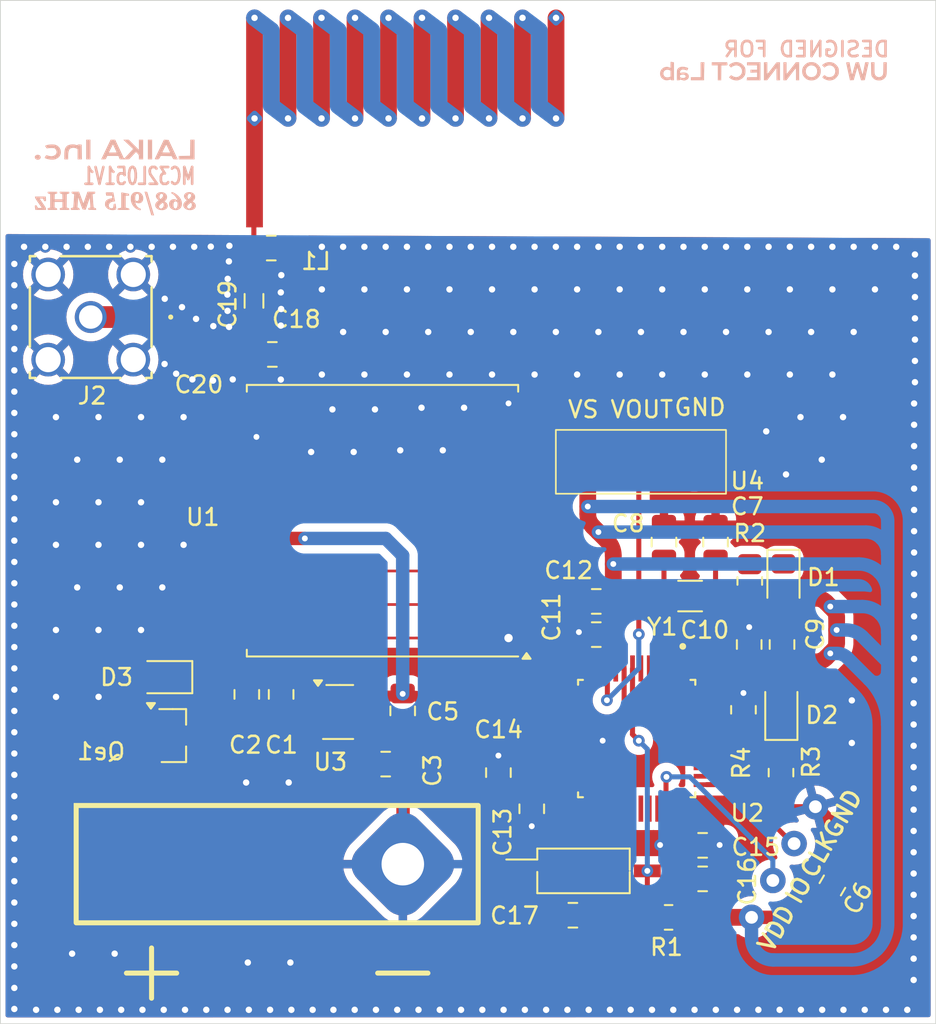
<source format=kicad_pcb>
(kicad_pcb (version 20240108) (generator "pcbnew") (generator_version "8.0")
  (layers (0 "F.Cu" signal) (31 "B.Cu" power) (34 "B.Paste" user) (35 "F.Paste" user) (36 "B.SilkS" user "B.Silkscreen") (37 "F.SilkS" user "F.Silkscreen") (38 "B.Mask" user) (39 "F.Mask" user) (44 "Edge.Cuts" user))
  (net 0 "")
  (net 1 "GND")
  (net 2 "Net-(U3-BP)")
  (net 3 "+3.3V")
  (net 4 "/OSC32_IN")
  (net 5 "/OSC32_OUT")
  (net 6 "/ANT")
  (net 7 "Net-(D1-K)")
  (net 8 "Net-(D2-K)")
  (net 9 "/SCK")
  (net 10 "/SWDIO")
  (net 11 "/PC13")
  (net 12 "/MOSI")
  (net 13 "/DIO0")
  (net 14 "/NSS")
  (net 15 "/DIO4")
  (net 16 "/MISO")
  (net 17 "/RF_RST")
  (net 18 "/DIO2")
  (net 19 "/DIO5")
  (net 20 "/DIO3")
  (net 21 "/DIO1")
  (net 22 "/TEMP_IN")
  (net 23 "/PA8")
  (net 24 "/PB15")
  (net 25 "/PA9")
  (net 26 "/PA11")
  (net 27 "/PB7")
  (net 28 "/PB4")
  (net 29 "/PB12")
  (net 30 "/SWCLK")
  (net 31 "/PB13")
  (net 32 "/PA12")
  (net 33 "/PB8")
  (net 35 "/BOOT0")
  (net 36 "/PA2")
  (net 37 "/PB5")
  (net 38 "/PB9")
  (net 39 "/PB3")
  (net 41 "/PB6")
  (net 42 "/NRST")
  (net 43 "/PA10")
  (net 44 "/PB14")
  (net 45 "/PA1")
  (net 46 "/PA15")
  (net 47 "Net-(C20-Pad2)")
  (net 48 "/TRACE_ANT")
  (net 49 "Net-(BT1-+)")
  (net 50 "+3.7")
  (footprint "Capacitor_SMD:C_0805_2012Metric_Pad1.18x1.45mm_HandSolder" (layer "F.Cu") (at 36.663 26.4085)
    (property "Reference" "C16")
    (property "Value" "104")
  )
  (footprint "Button_Switch_SMD:SW_DIP_SPSTx01_Slide_Copal_CHS-01B_W7.62mm_P1.27mm" (layer "F.Cu") (at 29.551 25.9325)
    (property "Reference" "SWE1" (hide yes))
    (property "Value" "RESET")
  )
  (footprint "Capacitor_SMD:C_0805_2012Metric_Pad1.18x1.45mm_HandSolder" (layer "F.Cu") (at 34.355 6.316 -90)
    (property "Reference" "C8")
    (property "Value" "27p")
  )
  (footprint "Inductor_SMD:L_0805_2012Metric_Pad1.05x1.20mm_HandSolder" (layer "F.Cu") (at 9.879 -8.075 90)
    (property "Reference" "L1")
    (property "Value" "12nH")
  )
  (footprint "Capacitor_SMD:C_0805_2012Metric_Pad1.18x1.45mm_HandSolder" (layer "F.Cu") (at 30.313 11.8355 180)
    (property "Reference" "C11")
    (property "Value" "106")
  )
  (footprint "CONNECT_LAB:SMA_COAX_RF_HEADER" (layer "F.Cu") (at 0.13145 -7.109)
    (property "Reference" "J2")
    (property "Value" "~")
  )
  (footprint "Capacitor_SMD:C_0805_2012Metric_Pad1.18x1.45mm_HandSolder" (layer "F.Cu") (at 28.916 28.578 180)
    (property "Reference" "C17")
    (property "Value" "105")
  )
  (footprint "Capacitor_SMD:C_0805_2012Metric_Pad1.18x1.45mm_HandSolder" (layer "F.Cu") (at 26.461 22.228 -90)
    (property "Reference" "C13")
    (property "Value" "106")
  )
  (footprint "LED_SMD:LED_0805_2012Metric_Pad1.15x1.40mm_HandSolder" (layer "F.Cu") (at 41.362 16.259 90)
    (property "Reference" "D2")
    (property "Value" "~")
  )
  (footprint "CONNECT_LAB:868-915MHz_PCB_ANT" (layer "F.Cu") (at 9.91 -12.46)
    (property "Reference" "A1" (hide yes))
    (property "Value" "Antenna")
  )
  (footprint "Capacitor_SMD:C_0805_2012Metric_Pad1.18x1.45mm_HandSolder" (layer "F.Cu") (at 36.663 24.4085)
    (property "Reference" "C15")
    (property "Value" "106")
  )
  (footprint "CONNECT_LAB:SWD_DEBUG" (layer "F.Cu") (at 42.834141 25.710348 60)
    (property "Reference" "J1" (hide yes))
    (property "Value" "~" (hide yes))
  )
  (footprint "Capacitor_SMD:C_0805_2012Metric_Pad1.18x1.45mm_HandSolder" (layer "F.Cu") (at 18.756 16.386 -90)
    (property "Reference" "C5")
    (property "Value" "104")
  )
  (footprint "RF_Module:HOPERF_RFM9XW_SMD" (layer "F.Cu") (at 17.55 5.04 180)
    (property "Reference" "U1")
    (property "Value" "~" (hide yes))
  )
  (footprint "Capacitor_SMD:C_0805_2012Metric_Pad1.18x1.45mm_HandSolder" (layer "F.Cu") (at 39.443 12.426 90)
    (property "Reference" "C10")
    (property "Value" "104")
  )
  (footprint "CONNECT_LAB:STM32L051C8T6TR" (layer "F.Cu") (at 32.726 18.037 -90)
    (property "Reference" "U2")
    (property "Value" "~")
  )
  (footprint "Capacitor_SMD:C_0805_2012Metric_Pad1.18x1.45mm_HandSolder" (layer "F.Cu") (at 30.313 9.8555 180)
    (property "Reference" "C12")
    (property "Value" "104")
  )
  (footprint "Capacitor_SMD:C_0805_2012Metric_Pad1.18x1.45mm_HandSolder" (layer "F.Cu") (at 44.41 26.8 60)
    (property "Reference" "C6")
    (property "Value" "104")
  )
  (footprint "Resistor_SMD:R_0805_2012Metric_Pad1.20x1.40mm_HandSolder" (layer "F.Cu") (at 34.631 28.705)
    (property "Reference" "R1")
    (property "Value" "10K")
  )
  (footprint "Capacitor_SMD:C_0805_2012Metric_Pad1.18x1.45mm_HandSolder" (layer "F.Cu") (at 17.74 19.561)
    (property "Reference" "C3")
    (property "Value" "223")
  )
  (footprint "Capacitor_SMD:C_0805_2012Metric_Pad1.18x1.45mm_HandSolder" (layer "F.Cu") (at 10.974 -4.88)
    (property "Reference" "C18")
    (property "Value" "1p")
  )
  (footprint "Capacitor_SMD:C_1206_3216Metric_Pad1.33x1.80mm_HandSolder" (layer "F.Cu") (at 35.915 9.536 180)
    (property "Reference" "Y1")
    (property "Value" "32.768KHz")
  )
  (footprint "Capacitor_SMD:C_0805_2012Metric_Pad1.18x1.45mm_HandSolder" (layer "F.Cu") (at 41.403 12.426 90)
    (property "Reference" "C9")
    (property "Value" "106" (hide yes))
  )
  (footprint "Capacitor_SMD:C_0805_2012Metric_Pad1.18x1.45mm_HandSolder" (layer "F.Cu") (at 10.909 -11.225)
    (property "Reference" "C19")
    (property "Value" "1p")
  )
  (footprint "Capacitor_SMD:C_0805_2012Metric_Pad1.18x1.45mm_HandSolder" (layer "F.Cu") (at 9.449 15.402 -90)
    (property "Reference" "C2")
    (property "Value" "104")
  )
  (footprint "Capacitor_SMD:C_0805_2012Metric_Pad1.18x1.45mm_HandSolder" (layer "F.Cu") (at 24.471 20.069 90)
    (property "Reference" "C14")
    (property "Value" "104")
  )
  (footprint "Capacitor_SMD:C_0805_2012Metric_Pad1.18x1.45mm_HandSolder" (layer "F.Cu") (at 11.499 15.402 -90)
    (property "Reference" "C1")
    (property "Value" "105")
  )
  (footprint "Package_TO_SOT_SMD:SOT-23_Handsoldering" (layer "F.Cu") (at 5.0646 17.859)
    (property "Reference" "Qe1")
    (property "Value" "~")
  )
  (footprint "Resistor_SMD:R_0805_2012Metric_Pad1.20x1.40mm_HandSolder" (layer "F.Cu") (at 39.477 8.6345 -90)
    (property "Reference" "R2")
    (property "Value" "501R")
  )
  (footprint "Package_TO_SOT_SMD:SOT-23-5_HandSoldering" (layer "F.Cu") (at 14.899 16.452)
    (property "Reference" "U3")
    (property "Value" "~")
  )
  (footprint "Resistor_SMD:R_0805_2012Metric_Pad1.20x1.40mm_HandSolder" (layer "F.Cu") (at 39.1 16.32 -90)
    (property "Reference" "R4")
    (property "Value" "100K")
  )
  (footprint "LED_SMD:LED_0805_2012Metric_Pad1.15x1.40mm_HandSolder" (layer "F.Cu") (at 41.489 8.639 -90)
    (property "Reference" "D1")
    (property "Value" "~")
  )
  (footprint "Capacitor_SMD:C_0805_2012Metric_Pad1.18x1.45mm_HandSolder" (layer "F.Cu") (at 37.435 6.316 -90)
    (property "Reference" "C7")
    (property "Value" "27p")
  )
  (footprint "Capacitor_SMD:C_0805_2012Metric_Pad1.18x1.45mm_HandSolder" (layer "F.Cu") (at 8.904 -4.88 180)
    (property "Reference" "C20")
    (property "Value" "1.8pF")
  )
  (footprint "Diode_SMD:D_0805_2012Metric" (layer "F.Cu") (at 4.5096 14.374 180)
    (property "Reference" "D3")
    (property "Value" "~")
  )
  (footprint "CONNECT_LAB:LM35" (layer "F.Cu") (at 33.615 1.527 90)
    (property "Reference" "U4")
    (property "Value" "~")
  )
  (footprint "Resistor_SMD:R_0805_2012Metric_Pad1.20x1.40mm_HandSolder" (layer "F.Cu") (at 41.342 20.069 -90)
    (property "Reference" "R3")
    (property "Value" "501R")
  )
  (footprint "CONNECT_LAB:Li-Ion_Battery" (layer "F.Cu") (at 11.263 25.53)
    (property "Reference" "BT1" (hide yes))
    (property "Value" "Battery_Cell" (hide yes))
  )
  (footprint "LOGO" (layer "B.Cu") (at 1.57 -13.93 180)
    (property "Reference" "G***" (hide yes))
    (property "Value" "LOGO" (hide yes))
  )
  (footprint "LOGO" (layer "B.Cu") (at 40.903089 -21.798767 180)
    (property "Reference" "G***" (hide yes))
    (property "Value" "LOGO" (hide yes))
  )
  (footprint "LOGO" (layer "B.Cu") (at 1.598449 -17.13 180)
    (property "Reference" "G***" (hide yes))
    (property "Value" "LOGO" (hide yes))
  )
  (gr_rect (start -5.26 -26) (end 50.58 35.05) (stroke (width 0.05)) (fill none) (layer "Edge.Cuts"))
  (gr_text "DESIGNED FOR" (at 47.9 -22.56 0) (layer "B.SilkS") (effects (font (size 0.9 0.9) (thickness 0.16) (bold yes)) (justify left bottom mirror)))
  (gr_text "MC32L051V1" (at 6.458449 -14.93 0) (layer "B.SilkS") (effects (font (size 1 0.7) (thickness 0.16) (bold yes)) (justify left bottom mirror)))
  (segment (start 18.7775 19.561) (end 18.7775 17.445) (width 0.8) (layer "F.Cu") (net 1))
  (segment (start 44.161375 22.870818) (end 43.394 22.103443) (width 0.8) (layer "F.Cu") (net 1))
  (segment (start 38.491 15.32) (end 38.024 15.787) (width 0.3) (layer "F.Cu") (net 1))
  (segment (start 25.741 27.816) (end 25.741 25.9325) (width 0.3) (layer "F.Cu") (net 1))
  (segment (start 38.024 15.787) (end 36.906 15.787) (width 0.3) (layer "F.Cu") (net 1))
  (segment (start 34.123 24.387) (end 34.123 24.006) (width 0.3) (layer "F.Cu") (net 1))
  (segment (start 44.92875 24.723425) (end 44.92875 25.901499) (width 0.8) (layer "F.Cu") (net 1))
  (segment (start 18.7775 19.561) (end 18.7775 25.5155) (width 0.8) (layer "F.Cu") (net 1))
  (segment (start 39.443 11.3885) (end 41.403 11.3885) (width 0.3) (layer "F.Cu") (net 1))
  (segment (start 25.705 20.287) (end 28.546 20.287) (width 0.3) (layer "F.Cu") (net 1))
  (segment (start 18.7775 25.5155) (end 18.763 25.53) (width 0.8) (layer "F.Cu") (net 1))
  (segment (start 27.8785 28.578) (end 26.503 28.578) (width 0.3) (layer "F.Cu") (net 1))
  (segment (start 30.694 18.164) (end 31.976 16.882) (width 0.3) (layer "F.Cu") (net 1))
  (segment (start 18.5356 17.402) (end 18.5422 17.4086) (width 0.3) (layer "F.Cu") (net 1))
  (segment (start 37.7005 26.4085) (end 37.7005 24.4085) (width 0.3) (layer "F.Cu") (net 1))
  (segment (start 26.503 28.578) (end 25.741 27.816) (width 0.3) (layer "F.Cu") (net 1))
  (segment (start 18.7775 17.445) (end 18.756 17.4235) (width 0.8) (layer "F.Cu") (net 1))
  (segment (start 43.391557 22.101) (end 43.394 22.103443) (width 0.3) (layer "F.Cu") (net 1))
  (segment (start 41.809747 22.101) (end 43.391557 22.101) (width 0.3) (layer "F.Cu") (net 1))
  (segment (start 24.471 19.053) (end 25.705 20.287) (width 0.3) (layer "F.Cu") (net 1))
  (segment (start 34.123 24.006) (end 34.976 23.153) (width 0.3) (layer "F.Cu") (net 1))
  (segment (start 34.355 5.2785) (end 37.435 5.2785) (width 0.5) (layer "F.Cu") (net 1))
  (segment (start 31.976 16.882) (end 31.976 13.857) (width 0.3) (layer "F.Cu") (net 1))
  (segment (start 41.342 21.633252) (end 41.342 21.069) (width 0.3) (layer "F.Cu") (net 1))
  (segment (start 34.976 23.153) (end 34.976 22.217) (width 0.3) (layer "F.Cu") (net 1))
  (segment (start 29.2755 9.8555) (end 29.2755 11.687) (width 0.3) (layer "F.Cu") (net 1))
  (segment (start 29.2755 11.687) (end 29.2755 11.8355) (width 0.3) (layer "F.Cu") (net 1))
  (segment (start 39.1 15.32) (end 38.491 15.32) (width 0.3) (layer "F.Cu") (net 1))
  (via (at 10.84 34.22) (size 0.7) (drill 0.381) (layers "F.Cu" "B.Cu") (net 1))
  (via (at 32.98 -6.22) (size 0.7) (drill 0.381) (layers "F.Cu" "B.Cu") (net 1))
  (via (at 43.775 1.4) (size 0.7) (drill 0.381) (layers "F.Cu" "B.Cu") (net 1))
  (via (at 11.48 -6.6) (size 0.7) (drill 0.381) (layers "F.Cu" "B.Cu") (net 1))
  (via (at 49.3376 -5.7628) (size 0.7) (drill 0.381) (layers "F.Cu" "B.Cu") (net 1))
  (via (at 18.61 0.84) (size 0.7) (drill 0.381) (layers "F.Cu" "B.Cu") (net 1))
  (via (at -4.43 -5.2) (size 0.7) (drill 0.381) (layers "F.Cu" "B.Cu") (net 1))
  (via (at 3.135 11.56) (size 0.7) (drill 0.381) (layers "F.Cu" "B.Cu") (net 1))
  (via (at 25.075 -1.96) (size 0.7) (drill 0.35) (layers "F.Cu" "B.Cu") (net 1))
  (via (at 31.71 -11.3) (size 0.7) (drill 0.381) (layers "F.Cu" "B.Cu") (net 1))
  (via (at -4.43 -6.47) (size 0.7) (drill 0.381) (layers "F.Cu" "B.Cu") (net 1))
  (via (at 22.24 34.22) (size 0.7) (drill 0.381) (layers "F.Cu" "B.Cu") (net 1))
  (via (at 22.42 -1.7) (size 0.7) (drill 0.381) (layers "F.Cu" "B.Cu") (net 1))
  (via (at 9.51 31.4) (size 0.7) (drill 0.381) (layers "F.Cu" "B.Cu") (net 1))
  (via (at 42.53 34.22) (size 0.7) (drill 0.381) (layers "F.Cu" "B.Cu") (net 1))
  (via (at 11.48 -3.38) (size 0.7) (drill 0.381) (layers "F.Cu" "B.Cu") (net 1))
  (via (at 23.51 34.22) (size 0.7) (drill 0.381) (layers "F.Cu" "B.Cu") (net 1))
  (via (at 49.3376 -7.0328) (size 0.7) (drill 0.381) (layers "F.Cu" "B.Cu") (net 1))
  (via (at 34.123 24.387) (size 0.7) (drill 0.35) (layers "F.Cu" "B.Cu") (net 1))
  (via (at 49.26 32.44) (size 0.7) (drill 0.381) (layers "F.Cu" "B.Cu") (net 1))
  (via (at 11.95 20.66) (size 0.7) (drill 0.381) (layers "F.Cu" "B.Cu") (net 1))
  (via (at -4.430001 32.914176) (size 0.7) (drill 0.381) (layers "F.Cu" "B.Cu") (net 1))
  (via (at 35.52 -11.3) (size 0.7) (drill 0.381) (layers "F.Cu" "B.Cu") (net 1))
  (via (at 49.26 31.17) (size 0.7) (drill 0.381) (layers "F.Cu" "B.Cu") (net 1))
  (via (at 41.26 34.22) (size 0.7) (drill 0.381) (layers "F.Cu" "B.Cu") (net 1))
  (via (at 0.595 11.56) (size 0.7) (drill 0.381) (layers "F.Cu" "B.Cu") (net 1))
  (via (at 0.68 34.22) (size 0.7) (drill 0.381) (layers "F.Cu" "B.Cu") (net 1))
  (via (at 11.48 -8.58) (size 0.7) (drill 0.381) (layers "F.Cu" "B.Cu") (net 1))
  (via (at 49.2868 12.0172) (size 0.7) (drill 0.381) (layers "F.Cu" "B.Cu") (net 1))
  (via (at 5.675 -1.14) (size 0.7) (drill 0.381) (layers "F.Cu" "B.Cu") (net 1))
  (via (at 26.05 34.22) (size 0.7) (drill 0.381) (layers "F.Cu" "B.Cu") (net 1))
  (via (at 8.29 -8.45) (size 0.7) (drill 0.381) (layers "F.Cu" "B.Cu") (net 1))
  (via (at -4.430001 1.164176) (size 0.7) (drill 0.381) (layers "F.Cu" "B.Cu") (net 1))
  (via (at -1.945 3.94) (size 0.7) (drill 0.381) (layers "F.Cu" "B.Cu") (net 1))
  (via (at 32.965824 -11.300001) (size 0.7) (drill 0.381) (layers "F.Cu" "B.Cu") (net 1))
  (via (at 49.26 15.93) (size 0.7) (drill 0.381) (layers "F.Cu" "B.Cu") (net 1))
  (via (at -4.43 34.17) (size 0.7) (drill 0.381) (layers "F.Cu" "B.Cu") (net 1))
  (via (at 49.2868 5.6672) (size 0.7) (drill 0.381) (layers "F.Cu" "B.Cu") (net 1))
  (via (at 49.2868 6.9372) (size 0.7) (drill 0.381) (layers "F.Cu" "B.Cu") (net 1))
  (via (at 39.99 34.22) (size 0.7) (drill 0.381) (layers "F.Cu" "B.Cu") (net 1))
  (via (at 45.57 18.3) (size 0.7) (drill 0.381) (layers "F.Cu" "B.Cu") (net 1))
  (via (at -4.43 16.39) (size 0.7) (drill 0.381) (layers "F.Cu" "B.Cu") (net 1))
  (via (at 8.31 -9.39) (size 0.7) (drill 0.381) (layers "F.Cu" "B.Cu") (net 1))
  (via (at 26.63 -8.76) (size 0.7) (drill 0.381) (layers "F.Cu" "B.Cu") (net 1))
  (via (at 42.505 -1.14) (size 0.7) (drill 0.381) (layers "F.Cu" "B.Cu") (net 1))
  (via (at 19.88 -1.7) (size 0.7) (drill 0.381) (layers "F.Cu" "B.Cu") (net 1))
  (via (at 39.443 11.3885) (size 0.7) (drill 0.35) (layers "F.Cu" "B.Cu") (net 1))
  (via (at -4.43 29.09) (size 0.7) (drill 0.381) (layers "F.Cu" "B.Cu") (net 1))
  (via (at 4.405 9.02) (size 0.7) (drill 0.381) (layers "F.Cu" "B.Cu") (net 1))
  (via (at -4.43 17.66) (size 0.7) (drill 0.381) (layers "F.Cu" "B.Cu") (net 1))
  (via (at 41.87 -8.76) (size 0.7) (drill 0.381) (layers "F.Cu" "B.Cu") (net 1))
  (via (at 3.77 -11.3) (size 0.7) (drill 0.381) (layers "F.Cu" "B.Cu") (net 1))
  (via (at -0.675 9.02) (size 0.7) (drill 0.381) (layers "F.Cu" "B.Cu") (net 1))
  (via (at 49.26 29.9) (size 0.7) (drill 0.381) (layers "F.Cu" "B.Cu") (net 1))
  (via (at 17.16 34.22) (size 0.7) (drill 0.381) (layers "F.Cu" "B.Cu") (net 1))
  (via (at -1.31 -11.3) (size 0.7) (drill 0.381) (layers "F.Cu" "B.Cu") (net 1))
  (via (at 45.68 -11.3) (size 0.7) (drill 0.381) (layers "F.Cu" "B.Cu") (net 1))
  (via (at -4.43 30.36) (size 0.7) (drill 0.381) (layers "F.Cu" "B.Cu") (net 1))
  (via (at 15.2 -11.3) (size 0.7) (drill 0.381) (layers "F.Cu" "B.Cu") (net 1))
  (via (at 12.05 31.4) (size 0.7) (drill 0.381) (layers "F.Cu" "B.Cu") (net 1))
  (via (at 1.865 1.4) (size 0.7) (drill 0.381) (layers "F.Cu" "B.Cu") (net 1))
  (via (at 3.135 6.48) (size 0.7) (drill 0.381) (layers "F.Cu" "B.Cu") (net 1))
  (via (at 24.78 34.22) (size 0.7) (drill 0.381) (layers "F.Cu" "B.Cu") (net 1))
  (via (at 14.62 34.22) (size 0.7) (drill 0.381) (layers "F.Cu" "B.Cu") (net 1))
  (via (at 34.25 -11.3) (size 0.7) (drill 0.381) (layers "F.Cu" "B.Cu") (net 1))
  (via (at -3.13 34.22) (size 0.7) (drill 0.381) (layers "F.Cu" "B.Cu") (net 1))
  (via (at -4.43 25.28) (size 0.7) (drill 0.381) (layers "F.Cu" "B.Cu") (net 1))
  (via (at 8.3 -7.48) (size 0.7) (drill 0.381) (layers "F.Cu" "B.Cu") (net 1))
  (via (at 36.79 -8.76) (size 0.7) (drill 0.381) (layers "F.Cu" "B.Cu") (net 1))
  (via (at 5.58 -7.7) (size 0.7) (drill 0.381) (layers "F.Cu" "B.Cu") (net 1))
  (via (at 40.6 -11.3) (size 0.7) (drill 0.381) (layers "F.Cu" "B.Cu") (net 1))
  (via (at 31.71 -8.76) (size 0.7) (drill 0.381) (layers "F.Cu" "B.Cu") (net 1))
  (via (at 43.8 34.22) (size 0.7) (drill 0.381) (layers "F.Cu" "B.Cu") (net 1))
  (via (at -0.59 34.22) (size 0.7) (drill 0.381) (layers "F.Cu" "B.Cu") (net 1))
  (via (at 13.93 -11.3) (size 0.7) (drill 0.381) (layers "F.Cu" "B.Cu") (net 1))
  (via (at 21.55 -11.3) (size 0.7) (drill 0.381) (layers "F.Cu" "B.Cu") (net 1))
  (via (at -1.86 34.22) (size 0.7) (drill 0.381) (layers "F.Cu" "B.Cu") (net 1))
  (via (at 46.34 34.22) (size 0.7) (drill 0.381) (layers "F.Cu" "B.Cu") (net 1))
  (via (at 49.26 19.74) (size 0.7) (drill 0.381) (layers "F.Cu" "B.Cu") (net 1))
  (via (at 49.3376 -4.4928) (size 0.7) (drill 0.381) (layers "F.Cu" "B.Cu") (net 1))
  (via (at -4.43 22.74) (size 0.7) (drill 0.381) (layers "F.Cu" "B.Cu") (net 1))
  (via (at -1.945 11.56) (size 0.7) (drill 0.381) (layers "F.Cu" "B.Cu") (net 1))
  (via (at -0.98 30.87) (size 0.7) (drill 0.381) (layers "F.Cu" "B.Cu") (net 1))
  (via (at 49.26 22.28) (size 0.7) (drill 0.381) (layers "F.Cu" "B.Cu") (net 1))
  (via (at -4.43 10.04) (size 0.7) (drill 0.381) (layers "F.Cu" "B.Cu") (net 1))
  (via (at 0.6 15.55) (size 0.7) (drill 0.381) (layers "F.Cu" "B.Cu") (net 1))
  (via (at 49.2868 -0.6828) (size 0.7) (drill 0.381) (layers "F.Cu" "B.Cu") (net 1))
  (via (at 37.45 34.22) (size 0.7) (drill 0.381) (layers "F.Cu" "B.Cu") (net 1))
  (via (at 41.87 -11.3) (size 0.7) (drill 0.381) (layers "F.Cu" "B.Cu") (net 1))
  (via (at 13.93 -3.68) (size 0.7) (drill 0.381) (layers "F.Cu" "B.Cu") (net 1))
  (via (at 26.461 23.2655) (size 0.7) (drill 0.35) (layers "F.Cu" "B.Cu") (net 1))
  (via (at -4.43 7.5) (size 0.7) (drill 0.381) (layers "F.Cu" "B.Cu") (net 1))
  (via (at 7.45 -6.57) (size 0.7) (drill 0.381) (layers "F.Cu" "B.Cu") (net 1))
  (via (at 48.22 -11.3) (size 0.7) (drill 0.381) (layers "F.Cu" "B.Cu") (net 1))
  (via (at 5.23 -3.73) (size 0.7) (drill 0.381) (layers "F.Cu" "B.Cu") (net 1))
  (via (at -4.43 4.96) (size 0.7) (drill 0.381) (layers "F.Cu" "B.Cu") (net 1))
  (via (at -4.43 -7.74) (size 0.7) (drill 0.381) (layers "F.Cu" "B.Cu") (net 1))
  (via (at 6.31 -11.3) (size 0.7) (drill 0.381) (layers "F.Cu" "B.Cu") (net 1))
  (via (at 49.3376 -3.2228) (size 0.7) (drill 0.381) (layers "F.Cu" "B.Cu") (net 1))
  (via (at 49.2868 1.8572) (size 0.7) (drill 0.381) (layers "F.Cu" "B.Cu") (net 1))
  (via (at 49.2868 3.1272) (size 0.7) (drill 0.381) (layers "F.Cu" "B.Cu") (net 1))
  (via (at 27.9 -6.22) (size 0.7) (drill 0.381) (layers "F.Cu" "B.Cu") (net 1))
  (via (at -4.43 -2.66) (size 0.7) (drill 0.381) (layers "F.Cu" "B.Cu") (net 1))
  (via (at -4.43 24.01) (size 0.7) (drill 0.381) (layers "F.Cu" "B.Cu") (net 1))
  (via (at 5.675 6.48) (size 0.7) (drill 0.381) (layers "F.Cu" "B.Cu") (net 1))
  (via (at 2.5 -11.3) (size 0.7) (drill 0.381) (layers "F.Cu" "B.Cu") (net 1))
  (via (at 16.47 -3.68) (size 0.7) (drill 0.381) (layers "F.Cu" "B.Cu") (net 1))
  (via (at 49.3376 -8.3028) (size 0.7) (drill 0.381) (layers "F.Cu" "B.Cu") (net 1))
  (via (at 21.55 -3.68) (size 0.7) (drill 0.381) (layers "F.Cu" "B.Cu") (net 1))
  (via (at 24.09 -3.68) (size 0.7) (drill 0.381) (layers "F.Cu" "B.Cu") (net 1))
  (via (at 49.26 26.09) (size 0.7) (drill 0.381) (layers "F.Cu" "B.Cu") (net 1))
  (via (at -4.43 13.85) (size 0.7) (drill 0.381) (layers "F.Cu" "B.Cu") (net 1))
  (via (at 45.68 -6.22) (size 0.7) (drill 0.381) (layers "F.Cu" "B.Cu") (net 1))
  (via (at 11.5 -7.59) (size 0.7) (drill 0.381) (layers "F.Cu" "B.Cu") (net 1))
  (via (at 49.2868 8.2072) (size 0.7) (drill 0.381) (layers "F.Cu" "B.Cu") (net 1))
  (via (at 0.595 6.48) (size 0.7) (drill 0.381) (layers "F.Cu" "B.Cu") (net 1))
  (via (at 12.11 34.22) (size 0.7) (drill 0.381) (layers "F.Cu" "B.Cu") (net 1))
  (via (at 49.3376 -9.5728) (size 0.7) (drill 0.381) (layers "F.Cu" "B.Cu") (net 1))
  (via (at 19.01 -3.68) (size 0.7) (drill 0.381) (layers "F.Cu" "B.Cu") (net 1))
  (via (at 5.04 -11.3) (size 0.7) (drill 0.381) (layers "F.Cu" "B.Cu") (net 1))
  (via (at 36.18 34.22) (size 0.7) (drill 0.381) (layers "F.Cu" "B.Cu") (net 1))
  (via (at 49.26 23.55) (size 0.7) (drill 0.381) (layers "F.Cu" "B.Cu") (net 1))
  (via (at 22.82 -11.3) (size 0.7) (drill 0.381) (layers "F.Cu" "B.Cu") (net 1))
  (via (at 20.97 34.22) (size 0.7) (drill 0.381) (layers "F.Cu" "B.Cu") (net 1))
  (via (at 32.37 34.22) (size 0.7) (drill 0.381) (layers "F.Cu" "B.Cu") (net 1))
  (via (at 36.79 -3.68) (size 0.7) (drill 0.381) (layers "F.Cu" "B.Cu") (net 1))
  (via (at 41.87 -3.68) (size 0.7) (drill 0.381) (layers "F.Cu" "B.Cu") (net 1))
  (via (at 39.33 -11.3) (size 0.7) (drill 0.381) (layers "F.Cu" "B.Cu") (net 1))
  (via (at 37.679 24.387) (size 0.7) (drill 0.35) (layers "F.Cu" "B.Cu") (net 1))
  (via (at 25.075 12.04) (size 1) (drill 0.5) (layers "F.Cu" "B.Cu") (net 1))
  (via (at 7.3 -11.31) (size 0.7) (drill 0.381) (layers "F.Cu" "B.Cu") (net 1))
  (via (at 19.01 -11.3) (size 0.7) (drill 0.381) (layers "F.Cu" "B.Cu") (net 1))
  (via (at -0.675 1.4) (size 0.7) (drill 0.381) (layers "F.Cu" "B.Cu") (net 1))
  (via (at -1.94 15.55) (size 0.7) (drill 0.381) (layers "F.Cu" "B.Cu") (net 1))
  (via (at 21.55 -8.76) (size 0.7) (drill 0.381) (layers "F.Cu" "B.Cu") (net 1))
  (via (at 30.694 18.164) (size 0.7) (drill 0.35) (layers "F.Cu" "B.Cu") (net 1))
  (via (at -4.43 27.82) (size 0.7) (drill 0.381) (layers "F.Cu" "B.Cu") (net 1))
  (via (at 3.135 3.94) (size 0.7) (drill 0.381) (layers "F.Cu" "B.Cu") (net 1))
  (via (at 49.26 28.63) (size 0.7) (drill 0.381) (layers "F.Cu" "B.Cu") (net 1))
  (via (at -4.43 2.42) (size 0.7) (drill 0.381) (layers "F.Cu" "B.Cu") (net 1))
  (via (at 45.045 -1.14) (size 0.7) (drill 0.381) (layers "F.Cu" "B.Cu") (net 1))
  (via (at 40.6 -6.22) (size 0.7) (drill 0.381) (layers "F.Cu" "B.Cu") (net 1))
  (via (at 49.2868 -1.9528) (size 0.7) (drill 0.381) (layers "F.Cu" "B.Cu") (net 1))
  (via (at 34.91 34.22) (size 0.7) (drill 0.381) (layers "F.Cu" "B.Cu") (net 1))
  (via (at 49.2868 9.4772) (size 0.7) (drill 0.381) (layers "F.Cu" "B.Cu") (net 1))
  (via (at 35.52 -6.22) (size 0.7) (drill 0.381) (layers "F.Cu" "B.Cu") (net 1))
  (via (at 8.38 -10.43) (size 0.7) (drill 0.381) (layers "F.Cu" "B.Cu") (net 1))
  (via (at 9.41 20.66) (size 0.7) (drill 0.381) (layers "F.Cu" "B.Cu") (net 1))
  (via (at 29.17 -3.68) (size 0.7) (drill 0.381) (layers "F.Cu" "B.Cu") (net 1))
  (via (at 49.2868 13.2872) (size 0.7) (drill 0.381) (layers "F.Cu" "B.Cu") (net 1))
  (via (at 36.79 -11.3) (size 0.7) (drill 0.381) (layers "F.Cu" "B.Cu") (net 1))
  (via (at 45.57 15.76) (size 0.7) (drill 0.381) (layers "F.Cu" "B.Cu") (net 1))
  (via (at 4.55 -8.2) (size 0.7) (drill 0.381) (layers "F.Cu" "B.Cu") (net 1))
  (via (at 38.72 34.22) (size 0.7) (drill 0.381) (layers "F.Cu" "B.Cu") (net 1))
  (via (at 49.3376 -10.8428) (size 0.7) (drill 0.381) (layers "F.Cu" "B.Cu") (net 1))
  (via (at 20.28 -6.22) (size 0.7) (drill 0.381) (layers "F.Cu" "B.Cu") (net 1))
  (via (at 25.36 -11.3) (size 0.7) (drill 0.381) (layers "F.Cu" "B.Cu") (net 1))
  (via (at 7.03 34.22) (size 0.7) (drill 0.381) (layers "F.Cu" "B.Cu") (net 1))
  (via (at 25.36 -6.22) (size 0.7) (drill 0.381) (layers "F.Cu" "B.Cu") (net 1))
  (via (at 29.86 34.22) (size 0.7) (drill 0.381) (layers "F.Cu" "B.Cu") (net 1))
  (via (at 5.76 34.22) (size 0.7) (drill 0.381) (layers "F.Cu" "B.Cu") (net 1))
  (via (at 8.61 -3.39) (size 0.7) (drill 0.381) (layers "F.Cu" "B.Cu") (net 1))
  (via (at 3.135 -1.14) (size 0.7) (drill 0.381) (layers "F.Cu" "B.Cu") (net 1))
  (via (at 19.01 -8.76) (size 0.7) (drill 0.381) (layers "F.Cu" "B.Cu") (net 1))
  (via (at 17.1 -1.6) (size 0.7) (drill 0.381) (layers "F.Cu" "B.Cu") (net 1))
  (via (at 29.2755 11.687) (size 0.7) (drill 0.35) (layers "F.Cu" "B.Cu") (net 1))
  (via (at 30.44 -6.22) (size 0.7) (drill 0.381) (layers "F.Cu" "B.Cu") (net 1))
  (via (at 17.74 -6.22) (size 0.7) (drill 0.381) (layers "F.Cu" "B.Cu") (net 1))
  (via (at -3.85 -11.3) (size 0.7) (drill 0.381) (layers "F.Cu" "B.Cu") (net 1))
  (via (at 1.56 30.87) (size 0.7) (drill 0.381) (layers "F.Cu" "B.Cu") (net 1))
  (via (at 24.09 -8.76) (size 0.7) (drill 0.381) (layers "F.Cu" "B.Cu") (net 1))
  (via (at -4.43 6.23) (size 0.7) (drill 0.381) (layers "F.Cu" "B.Cu") (net 1))
  (via (at 27.32 34.22) (size 0.7) (drill 0.381) (layers "F.Cu" "B.Cu") (net 1))
  (via (at 46.95 -8.76) (size 0.7) (drill 0.381) (layers "F.Cu" "B.Cu") (net 1))
  (via (at 49.26 21.01) (size 0.7) (drill 0.381) (layers "F.Cu" "B.Cu") (net 1))
  (via (at 3.22 34.22) (size 0.7) (drill 0.381) (layers "F.Cu" "B.Cu") (net 1))
  (via (at 47.61 34.22) (size 0.7) (drill 0.381) (layers "F.Cu" "B.Cu") (net 1))
  (via (at 29.17 -11.3) (size 0.7) (drill 0.381) (layers "F.Cu" "B.Cu") (net 1))
  (via (at 17.74 -11.3) (size 0.7) (drill 0.381) (layers "F.Cu" "B.Cu") (net 1))
  (via (at 9.57 34.22) (size 0.7) (drill 0.381) (layers "F.Cu" "B.Cu") (net 1))
  (via (at 0.595 -1.14) (size 0.7) (drill 0.381) (layers "F.Cu" "B.Cu") (net 1))
  (via (at 10.025 0.04) (size 0.7) (drill 0.35) (layers "F.Cu" "B.Cu") (net 1))
  (via (at 8.39 -6.52) (size 0.7) (drill 0.381) (layers "F.Cu" "B.Cu") (net 1))
  (via (at 30.44 -11.3) (size 0.7) (drill 0.381) (layers "F.Cu" "B.Cu") (net 1))
  (via (at 8.3 34.22) (size 0.7) (drill 0.381) (layers "F.Cu" "B.Cu") (net 1))
  (via (at 18.43 34.22) (size 0.7) (drill 0.381) (layers "F.Cu" "B.Cu") (net 1))
  (via (at -2.58 -11.3) (size 0.7) (drill 0.381) (layers "F.Cu" "B.Cu") (net 1))
  (via (at -4.43 20.2) (size 0.7) (drill 0.381) (layers "F.Cu" "B.Cu") (net 1))
  (via (at -4.43 -10.28) (size 0.7) (drill 0.381) (layers "F.Cu" "B.Cu") (net 1))
  (via (at -4.43 3.69) (size 0.7) (drill 0.381) (layers "F.Cu" "B.Cu") (net 1))
  (via (at -0.04 -11.3) (size 0.7) (drill 0.381) (layers "F.Cu" "B.Cu") (net 1))
  (via (at 38.06 -11.3) (size 0.7) (drill 0.381) (layers "F.Cu" "B.Cu") (net 1))
  (via (at 7.43 -3.32) (size 0.7) (drill 0.381) (layers "F.Cu" "B.Cu") (net 1))
  (via (at 24.471 19.053) (size 0.7) (drill 0.35) (layers "F.Cu" "B.Cu") (net 1))
  (via (at 13.38 34.22) (size 0.7) (drill 0.381) (layers "F.Cu" "B.Cu") (net 1))
  (via (at 31.13 34.22) (size 0.7) (drill 0.381) (layers "F.Cu" "B.Cu") (net 1))
  (via (at 26.63 -3.68) (size 0.7) (drill 0.381) (layers "F.Cu" "B.Cu") (net 1))
  (via (at 39.1 15.32) (size 0.7) (drill 0.35) (layers "F.Cu" "B.Cu") (net 1))
  (via (at 24.09 -11.3) (size 0.7) (drill 0.381) (layers "F.Cu" "B.Cu") (net 1))
  (via (at 49.26 27.36) (size 0.7) (drill 0.381) (layers "F.Cu" "B.Cu") (net 1))
  (via (at 44.41 -8.76) (size 0.7) (drill 0.381) (layers "F.Cu" "B.Cu") (net 1))
  (via (at 43.14 -11.3) (size 0.7) (drill 0.381) (layers "F.Cu" "B.Cu") (net 1))
  (via (at 1.865 9.02) (size 0.7) (drill 0.381) (layers "F.Cu" "B.Cu") (net 1))
  (via (at 38.06 -6.22) (size 0.7) (drill 0.381) (layers "F.Cu" "B.Cu") (net 1))
  (via (at -4.43 15.12) (size 0.7) (drill 0.381) (layers "F.Cu" "B.Cu") (net 1))
  (via (at 16.47 -8.76) (size 0.7) (drill 0.381) (layers "F.Cu" "B.Cu") (net 1))
  (via (at -4.43 21.47) (size 0.7) (drill 0.381) (layers "F.Cu" "B.Cu") (net 1))
  (via (at 29.17 -8.76) (size 0.7) (drill 0.381) (layers "F.Cu" "B.Cu") (net 1))
  (via (at 0.595 3.94) (size 0.7) (drill 0.381) (layers "F.Cu" "B.Cu") (net 1))
  (via (at -4.43 11.31) (size 0.7) (drill 0.381) (layers "F.Cu" "B.Cu") (net 1))
  (via (at 13.29 0.94) (size 0.7) (drill 0.381) (layers "F.Cu" "B.Cu") (net 1))
  (via (at 8.41 -11.36) (size 0.7) (drill 0.381) (layers "F.Cu" "B.Cu") (net 1))
  (via (at 15.83 0.94) (size 0.7) (drill 0.381) (layers "F.Cu" "B.Cu") (net 1))
  (via (at 26.63 -11.3) (size 0.7) (drill 0.381) (layers "F.Cu" "B.Cu") (net 1))
  (via (at 4.54 -4.31) (size 0.7) (drill 0.381) (layers "F.Cu" "B.Cu") (net 1))
  (via (at 40.46 -0.29) (size 0.7) (drill 0.381) (layers "F.Cu" "B.Cu") (net 1))
  (via (at 16.47 -11.3) (size 0.7) (drill 0.381) (layers "F.Cu" "B.Cu") (net 1))
  (via (at 34.25 -8.76) (size 0.7) (drill 0.381) (layers "F.Cu" "B.Cu") (net 1))
  (via (at 49.2868 14.5572) (size 0.7) (drill 0.381) (layers "F.Cu" "B.Cu") (net 1))
  (via (at 11.51 -9.61) (size 0.7) (drill 0.381) (layers "F.Cu" "B.Cu") (net 1))
  (via (at 1.23 -11.3) (size 0.7) (drill 0.381) (layers "F.Cu" "B.Cu") (net 1))
  (via (at -4.43 18.93) (size 0.7) (drill 0.381) (layers "F.Cu" "B.Cu") (net 1))
  (via (at 49.2868 4.3972) (size 0.7) (drill 0.381) (layers "F.Cu" "B.Cu") (net 1))
  (via (at 27.9 -11.3) (size 0.7) (drill 0.381) (layers "F.Cu" "B.Cu") (net 1))
  (via (at 28.59 34.22) (size 0.7) (drill 0.381) (layers "F.Cu" "B.Cu") (net 1))
  (via (at 20.28 -11.3) (size 0.7) (drill 0.381) (layers "F.Cu" "B.Cu") (net 1))
  (via (at 41.64 2.28) (size 0.7) (drill 0.381) (layers "F.Cu" "B.Cu") (net 1))
  (via (at 39.33 -3.68) (size 0.7) (drill 0.381) (layers "F.Cu" "B.Cu") (net 1))
  (via (at 6.42 -7) (size 0.7) (drill 0.381) (layers "F.Cu" "B.Cu") (net 1))
  (via (at -4.43 12.58) (size 0.7) (drill 0.381) (layers "F.Cu" "B.Cu") (net 1))
  (via (at 14.56 -1.6) (size 0.7) (drill 0.381) (layers "F.Cu" "B.Cu") (net 1))
  (via (at 49.26 17.2) (size 0.7) (drill 0.381) (layers "F.Cu" "B.Cu") (net 1))
  (via (at -1.945 6.48) (size 0.7) (drill 0.381) (layers "F.Cu" "B.Cu") (net 1))
  (via (at 49.26 24.82) (size 0.7) (drill 0.381) (layers "F.Cu" "B.Cu") (net 1))
  (via (at 44.41 -3.68) (size 0.7) (drill 0.381) (layers "F.Cu" "B.Cu") (net 1))
  (via (at -4.43 8.77) (size 0.7) (drill 0.381) (layers "F.Cu" "B.Cu") (net 1))
  (via (at 4.49 34.22) (size 0.7) (drill 0.381) (layers "F.Cu" "B.Cu") (net 1))
  (via (at 34.25 -3.68) (size 0.7) (drill 0.381) (layers "F.Cu" "B.Cu") (net 1))
  (via (at -4.43 26.55) (size 0.7) (drill 0.381) (layers "F.Cu" "B.Cu") (net 1))
  (via (at -4.43 31.63) (size 0.7) (drill 0.381) (layers "F.Cu" "B.Cu") (net 1))
  (via (at 21.15 0.84) (size 0.7) (drill 0.381) (layers "F.Cu" "B.Cu") (net 1))
  (via (at 15.89 34.22) (size 0.7) (drill 0.381) (layers "F.Cu" "B.Cu") (net 1))
  (via (at 15.2 -6.22) (size 0.7) (drill 0.381) (layers "F.Cu" "B.Cu") (net 1))
  (via (at 44.41 -11.3) (size 0.7) (drill 0.381) (layers "F.Cu" "B.Cu") (net 1))
  (via (at 45.07 34.22) (size 0.7) (drill 0.381) (layers "F.Cu" "B.Cu") (net 1))
  (via (at 19.7 34.22) (size 0.7) (drill 0.381) (layers "F.Cu" "B.Cu") (net 1))
  (via (at 49.2868 0.5872) (size 0.7) (drill 0.381) (layers "F.Cu" "B.Cu") (net 1))
  (via (at 22.82 -6.22) (size 0.7) (drill 0.381) (layers "F.Cu" "B.Cu") (net 1))
  (via (at 46.95 -11.3) (size 0.7) (drill 0.381) (layers "F.Cu" "B.Cu") (net 1))
  (via (at 4.405 1.4) (size 0.7) (drill 0.381) (layers "F.Cu" "B.Cu") (net 1))
  (via (at 48.88 34.22) (size 0.7) (drill 0.381) (layers "F.Cu" "B.Cu") (net 1))
  (via (at 31.71 -3.68) (size 0.7) (drill 0.381) (layers "F.Cu" "B.Cu") (net 1))
  (via (at -4.43 -0.12) (size 0.7) (drill 0.381) (layers "F.Cu" "B.Cu") (net 1))
  (via (at 13.93 -8.76) (size 0.7) (drill 0.381) (layers "F.Cu" "B.Cu") (net 1))
  (via (at 49.2868 10.7472) (size 0.7) (drill 0.381) (layers "F.Cu" "B.Cu") (net 1))
  (via (at 43.14 -6.22) (size 0.7) (drill 0.381) (layers "F.Cu" "B.Cu") (net 1))
  (via (at 39.33 -8.76) (size 0.7) (drill 0.381) (layers "F.Cu" "B.Cu") (net 1))
  (via (at 33.64 34.22) (size 0.7) (drill 0.381) (layers "F.Cu" "B.Cu") (net 1))
  (via (at -4.43 -3.93) (size 0.7) (drill 0.381) (layers "F.Cu" "B.Cu") (net 1))
  (via (at 49.26 18.47) (size 0.7) (drill 0.381) (layers "F.Cu" "B.Cu") (net 1))
  (via (at 1.95 34.22) (size 0.7) (drill 0.381) (layers "F.Cu" "B.Cu") (net 1))
  (via (at 6.2 -3.39) (size 0.7) (drill 0.381) (layers "F.Cu" "B.Cu") (net 1))
  (via (at -4.43 -9.01) (size 0.7) (drill 0.381) (layers "F.Cu" "B.Cu") (net 1))
  (via (at -4.43 -1.39) (size 0.7) (drill 0.381) (layers "F.Cu" "B.Cu") (net 1))
  (via (at -1.945 -1.14) (size 0.7) (drill 0.381) (layers "F.Cu" "B.Cu") (net 1))
  (arc (start 41.479 21.964) (mid 41.630748 22.065394) (end 41.809747 22.101) (width 0.3) (layer "F.Cu") (net 1))
  (arc (start 41.342 21.633252) (mid 41.377605 21.812251) (end 41.479 21.964) (width 0.3) (layer "F.Cu") (net 1))
  (arc (start 44.161375 22.870818) (mid 44.729315 23.720801) (end 44.92875 24.723425) (width 0.8) (layer "F.Cu") (net 1))
  (segment (start 23.201 22.863) (end 23.201 19.434) (width 0.3) (layer "B.Cu") (net 1))
  (segment (start 34.123 24.387) (end 37.679 24.387) (width 0.3) (layer "B.Cu") (net 1))
  (segment (start 29.2755 11.687) (end 29.2755 16.7455) (width 0.3) (layer "B.Cu") (net 1))
  (segment (start 29.2755 16.7455) (end 30.694 18.164) (width 0.3) (layer "B.Cu") (net 1))
  (segment (start 39.443 14.977) (end 39.443 11.3885) (width 0.3) (layer "B.Cu") (net 1))
  (segment (start 23.201 19.434) (end 23.582 19.053) (width 0.3) (layer "B.Cu") (net 1))
  (segment (start 23.582 19.053) (end 24.471 19.053) (width 0.3) (layer "B.Cu") (net 1))
  (segment (start 39.1 15.32) (end 39.443 14.977) (width 0.3) (layer "B.Cu") (net 1))
  (segment (start 26.461 23.2655) (end 23.6035 23.2655) (width 0.3) (layer "B.Cu") (net 1))
  (segment (start 23.6035 23.2655) (end 23.201 22.863) (width 0.3) (layer "B.Cu") (net 1))
  (segment (start 16.343 19.2015) (end 16.343 17.496) (width 0.8) (layer "F.Cu") (net 2))
  (segment (start 16.7025 19.561) (end 16.343 19.2015) (width 0.8) (layer "F.Cu") (net 2))
  (segment (start 26.53475 21.11675) (end 26.8645 20.787) (width 0.28) (layer "F.Cu") (net 3))
  (segment (start 30.44 5.718) (end 30.969789 6.247789) (width 1) (layer "F.Cu") (net 3))
  (segment (start 31.329 7.623) (end 31.329 7.115) (width 1) (layer "F.Cu") (net 3))
  (segment (start 41.403 13.4635) (end 43.41835 13.4635) (width 1) (layer "F.Cu") (net 3))
  (segment (start 35.6255 28.6995) (end 35.6255 24.4085) (width 1) (layer "F.Cu") (net 3))
  (segment (start 39.584 28.702557) (end 35.649443 28.702557) (width 1) (layer "F.Cu") (net 3))
  (segment (start 35.649443 28.702557) (end 35.647 28.705) (width 1) (layer "F.Cu") (net 3))
  (segment (start 43.389222 28.200529) (end 43.89125 27.698501) (width 0.8) (layer "F.Cu") (net 3))
  (segment (start 43.431153 9.664) (end 41.489 9.664) (width 1) (layer "F.Cu") (net 3))
  (segment (start 31.33975 9.84475) (end 31.3505 9.8555) (width 1) (layer "F.Cu") (net 3))
  (segment (start 41.362 13.5045) (end 41.403 13.4635) (width 1) (layer "F.Cu") (net 3))
  (segment (start 23.328 21.1065) (end 22.797715 21.1065) (width 0.8) (layer "F.Cu") (net 3))
  (segment (start 30.119308 5.397308) (end 30.44 5.718) (width 1) (layer "F.Cu") (net 3))
  (segment (start 26.377 21.1065) (end 26.461 21.1905) (width 0.65) (layer "F.Cu") (net 3))
  (segment (start 21.677 19.4975) (end 21.677 17.878292) (width 0.65) (layer "F.Cu") (net 3))
  (segment (start 44.0335 9.9135) (end 44.283 10.163) (width 1) (layer "F.Cu") (net 3))
  (segment (start 12.914 6.099) (end 10.084 6.099) (width 0.8) (layer "F.Cu") (net 3))
  (segment (start 35.012 30.483) (end 35.647 29.848) (width 0.8) (layer "F.Cu") (net 3))
  (segment (start 18.624 15.502) (end 16.249 15.502) (width 0.65) (layer "F.Cu") (net 3))
  (segment (start 22.00525 20.77825) (end 21.901506 20.674506) (width 0.65) (layer "F.Cu") (net 3))
  (segment (start 18.756 15.37) (end 18.624 15.502) (width 0.65) (layer "F.Cu") (net 3))
  (segment (start 35.67275 13.66025) (end 35.476 13.857) (width 0.3) (layer "F.Cu") (net 3))
  (segment (start 31.329 7.623) (end 31.329 9.818797) (width 1) (layer "F.Cu") (net 3))
  (segment (start 26.8645 20.787) (end 28.546 20.787) (width 0.28) (layer "F.Cu") (net 3))
  (segment (start 23.328 28.324) (end 25.487 30.483) (width 0.8) (layer "F.Cu") (net 3))
  (segment (start 44.664 11.56) (end 44.664 10.813407) (width 1) (layer "F.Cu") (net 3))
  (segment (start 18.888 15.502) (end 18.756 15.37) (width 0.65) (layer "F.Cu") (net 3))
  (segment (start 26.461 21.1905) (end 26.53475 21.11675) (width 0.28) (layer "F.Cu") (net 3))
  (segment (start 39.443 13.4635) (end 41.403 13.4635) (width 0.3) (layer "F.Cu") (net 3))
  (segment (start 29.805 4.194) (end 29.805 1.527) (width 1) (layer "F.Cu") (net 3))
  (segment (start 35.476 24.259) (end 35.6255 24.4085) (width 0.3) (layer "F.Cu") (net 3))
  (segment (start 35.631 28.705) (end 35.6255 28.6995) (width 1) (layer "F.Cu") (net 3))
  (segment (start 25.487 30.483) (end 35.012 30.483) (width 0.8) (layer "F.Cu") (net 3))
  (segment (start 42.177219 28.702557) (end 39.584 28.702557) (width 0.8) (layer "F.Cu") (net 3))
  (segment (start 24.471 21.1065) (end 23.328 21.1065) (width 0.8) (layer "F.Cu") (net 3))
  (segment (start 21.677 19.4975) (end 21.677 20.1325) (width 0.65) (layer "F.Cu") (net 3))
  (segment (start 35.647 29.848) (end 35.631 29.832) (width 0.8) (layer "F.Cu") (net 3))
  (segment (start 35.644557 28.702557) (end 35.633443 28.702557) (width 1) (layer "F.Cu") (net 3))
  (segment (start 31.3505 9.8555) (end 31.3505 11.8355) (width 0.3) (layer "F.Cu") (net 3))
  (segment (start 44.664 12.306592) (end 44.664 11.56) (width 1) (layer "F.Cu") (net 3))
  (segment (start 31.476 11.961) (end 31.3505 11.8355) (width 0.3) (layer "F.Cu") (net 3))
  (segment (start 36.906 13.4745) (end 36.917 13.4635) (width 0.3) (layer "F.Cu") (net 3))
  (segment (start 36.147746 13.4635) (end 36.917 13.4635) (width 0.3) (layer "F.Cu") (net 3))
  (segment (start 44.02975 13.21025) (end 44.283 12.957) (width 1) (layer "F.Cu") (net 3))
  (segment (start 24.471 21.1065) (end 26.377 21.1065) (width 0.65) (layer "F.Cu") (net 3))
  (segment (start 41.362 15.234) (end 41.362 13.5045) (width 1) (layer "F.Cu") (net 3))
  (segment (start 44.4735 10.3535) (end 44.283 10.163) (width 1) (layer "F.Cu") (net 3))
  (segment (start 31.476 13.857) (end 31.476 11.961) (width 0.3) (layer "F.Cu") (net 3))
  (segment (start 35.476 22.217) (end 35.476 24.259) (width 0.3) (layer "F.Cu") (net 3))
  (segment (start 23.328 21.1065) (end 23.328 28.324) (width 0.8) (layer "F.Cu") (net 3))
  (segment (start 35.647 28.705) (end 35.644557 28.702557) (width 1) (layer "F.Cu") (net 3))
  (segment (start 44.4735 12.7665) (end 44.283 12.957) (width 1) (layer "F.Cu") (net 3))
  (segment (start 29.805 4.6385) (end 29.805 4.194) (width 1) (layer "F.Cu") (net 3))
  (segment (start 35.631 29.832) (end 35.631 28.705) (width 0.8) (layer "F.Cu") (net 3))
  (segment (start 19.300707 15.502) (end 18.888 15.502) (width 0.65) (layer "F.Cu") (net 3))
  (segment (start 36.906 15.287) (end 36.906 13.4745) (width 0.3) (layer "F.Cu") (net 3))
  (segment (start 35.633443 28.702557) (end 35.631 28.705) (width 1) (layer "F.Cu") (net 3))
  (segment (start 36.917 13.4635) (end 39.443 13.4635) (width 0.3) (layer "F.Cu") (net 3))
  (via (at 31.329 7.623) (size 0.7) (drill 0.35) (layers "F.Cu" "B.Cu") (net 3))
  (via (at 30.44 5.718) (size 0.7) (drill 0.35) (layers "F.Cu" "B.Cu") (net 3))
  (via (at 29.805 4.194) (size 0.7) (drill 0.35) (layers "F.Cu" "B.Cu") (net 3))
  (via (at 44.283 12.957) (size 0.7) (drill 0.35) (layers "F.Cu" "B.Cu") (net 3))
  (via (at 12.914 6.099) (size 0.7) (drill 0.35) (layers "F.Cu" "B.Cu") (net 3))
  (via (at 18.756 15.37) (size 0.7) (drill 0.35) (layers "F.Cu" "B.Cu") (net 3))
  (via (at 44.664 11.56) (size 0.7) (drill 0.35) (layers "F.Cu" "B.Cu") (net 3))
  (via (at 44.283 10.163) (size 0.7) (drill 0.35) (layers "F.Cu" "B.Cu") (net 3))
  (arc (start 30.969789 6.247789) (mid 31.235644 6.645669) (end 31.329 7.115) (width 1) (layer "F.Cu") (net 3))
  (arc (start 20.981 16.198) (mid 20.210075 15.682884) (end 19.300707 15.502) (width 0.65) (layer "F.Cu") (net 3))
  (arc (start 43.389222 28.200529) (mid 42.83315 28.572084) (end 42.177219 28.702557) (width 0.8) (layer "F.Cu") (net 3))
  (arc (start 44.02975 13.21025) (mid 43.749237 13.397682) (end 43.41835 13.4635) (width 1) (layer "F.Cu") (net 3))
  (arc (start 44.4735 10.3535) (mid 44.61449 10.564507) (end 44.664 10.813407) (width 1) (layer "F.Cu") (net 3))
  (arc (start 21.677 20.1325) (mid 21.735347 20.425831) (end 21.901506 20.674506) (width 0.65) (layer "F.Cu") (net 3))
  (arc (start 44.664 12.306592) (mid 44.61449 12.555492) (end 44.4735 12.7665) (width 1) (layer "F.Cu") (net 3))
  (arc (start 44.0335 9.9135) (mid 43.75714 9.728842) (end 43.431153 9.664) (width 1) (layer "F.Cu") (net 3))
  (arc (start 29.805 4.6385) (mid 29.886685 5.049164) (end 30.119308 5.397308) (width 1) (layer "F.Cu") (net 3))
  (arc (start 36.147746 13.4635) (mid 35.89068 13.514633) (end 35.67275 13.66025) (width 0.3) (layer "F.Cu") (net 3))
  (arc (start 20.981 16.198) (mid 21.496115 16.968924) (end 21.677 17.878292) (width 0.65) (layer "F.Cu") (net 3))
  (arc (start 31.329 9.818797) (mid 31.331793 9.832842) (end 31.33975 9.84475) (width 1) (layer "F.Cu") (net 3))
  (arc (start 22.00525 20.77825) (mid 22.368841 21.021199) (end 22.797715 21.1065) (width 0.65) (layer "F.Cu") (net 3))
  (segment (start 40.884815 31.245) (end 45.543974 31.245) (width 0.8) (layer "B.Cu") (net 3))
  (segment (start 18.756 7.115) (end 18.629 6.988) (width 0.8) (layer "B.Cu") (net 3))
  (segment (start 45.977579 7.623) (end 31.329 7.623) (width 0.8) (layer "B.Cu") (net 3))
  (segment (start 44.664 11.56) (end 45.2355 11.56) (width 0.8) (layer "B.Cu") (net 3))
  (segment (start 18.756 15.37) (end 18.756 7.115) (width 0.8) (layer "B.Cu") (net 3))
  (segment (start 46.211111 11.964111) (end 47.712 13.465) (width 0.8) (layer "B.Cu") (net 3))
  (segment (start 30.44 5.718) (end 46.411184 5.718) (width 0.8) (layer "B.Cu") (net 3))
  (segment (start 47.712 11.7505) (end 47.712 11.680617) (width 0.8) (layer "B.Cu") (net 3))
  (segment (start 47.712 5.06121) (end 47.712 5.941184) (width 0.8) (layer "B.Cu") (net 3))
  (segment (start 47.712 10.423382) (end 47.712 11.680617) (width 0.8) (layer "B.Cu") (net 3))
  (segment (start 47.712 9.35742) (end 47.712 10.423382) (width 0.8) (layer "B.Cu") (net 3))
  (segment (start 47.712 14.0365) (end 47.712 17.2115) (width 0.8) (layer "B.Cu") (net 3))
  (segment (start 18.629 6.988) (end 17.74 6.099) (width 0.8) (layer "B.Cu") (net 3))
  (segment (start 46.194382 10.163) (end 44.283 10.163) (width 0.8) (layer "B.Cu") (net 3))
  (segment (start 47.712 13.1475) (end 47.712 14.0365) (width 0.8) (layer "B.Cu") (net 3))
  (segment (start 47.712 5.941184) (end 47.712 7.018815) (width 0.8) (layer "B.Cu") (net 3))
  (segment (start 17.74 6.099) (end 12.914 6.099) (width 0.8) (layer "B.Cu") (net 3))
  (segment (start 29.805 4.194) (end 46.844789 4.194) (width 0.8) (layer "B.Cu") (net 3))
  (segment (start 39.584 29.944184) (end 39.584 28.702557) (width 0.8) (layer "B.Cu") (net 3))
  (segment (start 47.712 7.920579) (end 47.712 9.35742) (width 0.8) (layer "B.Cu") (net 3))
  (segment (start 46.589467 14.501467) (end 45.314407 13.226407) (width 0.8) (layer "B.Cu") (net 3))
  (segment (start 47.712 11.7505) (end 47.712 13.1475) (width 0.8) (layer "B.Cu") (net 3))
  (segment (start 47.712 7.018815) (end 47.712 7.920579) (width 0.8) (layer "B.Cu") (net 3))
  (segment (start 47.712 17.2115) (end 47.712 29.076974) (width 0.8) (layer "B.Cu") (net 3))
  (segment (start 44.283 12.957) (end 44.664 12.957) (width 0.8) (layer "B.Cu") (net 3))
  (arc (start 45.314407 13.226407) (mid 45.015997 13.027016) (end 44.664 12.957) (width 0.8) (layer "B.Cu") (net 3))
  (arc (start 45.543974 31.245) (mid 46.373641 31.079968) (end 47.077 30.61) (width 0.8) (layer "B.Cu") (net 3))
  (arc (start 47.458 4.448) (mid 47.176656 4.260012) (end 46.844789 4.194) (width 0.8) (layer "B.Cu") (net 3))
  (arc (start 47.331 6.099) (mid 47.574224 6.14738) (end 47.712 5.941184) (width 0.8) (layer "B.Cu") (net 3))
  (arc (start 46.589467 14.501467) (mid 47.306074 14.644009) (end 47.712 14.0365) (width 0.8) (layer "B.Cu") (net 3))
  (arc (start 47.204 8.131) (mid 46.641313 7.755024) (end 45.977579 7.623) (width 0.8) (layer "B.Cu") (net 3))
  (arc (start 47.712 9.35742) (mid 47.579975 8.693686) (end 47.204 8.131) (width 0.8) (layer "B.Cu") (net 3))
  (arc (start 47.712 7.018815) (mid 47.612981 6.521014) (end 47.331 6.099) (width 0.8) (layer "B.Cu") (net 3))
  (arc (start 39.584 29.944184) (mid 39.683018 30.441984) (end 39.965 30.864) (width 0.8) (layer "B.Cu") (net 3))
  (arc (start 47.712 29.076974) (mid 47.546968 29.906641) (end 47.077 30.61) (width 0.8) (layer "B.Cu") (net 3))
  (arc (start 47.204 8.131) (mid 47.528299 8.195506) (end 47.712 7.920579) (width 0.8) (layer "B.Cu") (net 3))
  (arc (start 47.2675 10.6075) (mid 46.775149 10.278521) (end 46.194382 10.163) (width 0.8) (layer "B.Cu") (net 3))
  (arc (start 46.211111 11.964111) (mid 45.763497 11.665025) (end 45.2355 11.56) (width 0.8) (layer "B.Cu") (net 3))
  (arc (start 47.712 17.2115) (mid 47.420263 15.74484) (end 46.589467 14.501467) (width 0.8) (layer "B.Cu") (net 3))
  (arc (start 47.2675 10.6075) (mid 47.551261 10.663943) (end 47.712 10.423382) (width 0.8) (layer "B.Cu") (net 3))
  (arc (start 47.331 6.099) (mid 46.908984 5.817018) (end 46.411184 5.718) (width 0.8) (layer "B.Cu") (net 3))
  (arc (start 47.712 11.680617) (mid 47.596478 11.09985) (end 47.2675 10.6075) (width 0.8) (layer "B.Cu") (net 3))
  (arc (start 47.458 4.448) (mid 47.645987 4.729343) (end 47.712 5.06121) (width 0.8) (layer "B.Cu") (net 3))
  (arc (start 40.884815 31.245) (mid 40.387014 31.145981) (end 39.965 30.864) (width 0.8) (layer "B.Cu") (net 3))
  (segment (start 35.008805 11.817195) (end 37.29 9.536) (width 0.3) (layer "F.Cu") (net 4))
  (segment (start 37.435 7.3535) (end 37.435 9.4935) (width 0.3) (layer "F.Cu") (net 4))
  (segment (start 37.435 9.4935) (end 37.4775 9.536) (width 0.3) (layer "F.Cu") (net 4))
  (segment (start 35.008804 11.817195) (end 35.008805 11.817195) (width 0.3) (layer "F.Cu") (net 4))
  (segment (start 34.476 13.857) (end 34.476 13.10354) (width 0.3) (layer "F.Cu") (net 4))
  (arc (start 34.476 13.10354) (mid 34.61448 12.407356) (end 35.008804 11.817195) (width 0.3) (layer "F.Cu") (net 4))
  (segment (start 34.355 7.3535) (end 34.355 9.5335) (width 0.3) (layer "F.Cu") (net 5))
  (segment (start 33.976 9.9125) (end 34.3525 9.536) (width 0.3) (layer "F.Cu") (net 5))
  (segment (start 33.976 13.857) (end 33.976 9.9125) (width 0.3) (layer "F.Cu") (net 5))
  (segment (start 34.355 9.5335) (end 34.3525 9.536) (width 0.3) (layer "F.Cu") (net 5))
  (segment (start 9.9365 -6.8675) (end 9.879 -6.925) (width 0.3) (layer "F.Cu") (net 6))
  (segment (start 10.025 -1.96) (end 10.025 -4.7965) (width 1.3) (layer "F.Cu") (net 6))
  (segment (start 10.025 -4.7965) (end 9.9415 -4.88) (width 0.3) (layer "F.Cu") (net 6))
  (segment (start 9.9365 -4.88) (end 9.9365 -6.8675) (width 0.3) (layer "F.Cu") (net 6))
  (segment (start 41.4685 7.6345) (end 41.489 7.614) (width 0.3) (layer "F.Cu") (net 7))
  (segment (start 39.477 7.6345) (end 41.4685 7.6345) (width 0.3) (layer "F.Cu") (net 7))
  (segment (start 41.342 19.069) (end 41.342 17.304) (width 0.3) (layer "F.Cu") (net 8))
  (segment (start 41.342 17.304) (end 41.362 17.284) (width 0.3) (layer "F.Cu") (net 8))
  (segment (start 27.392 14.084592) (end 27.392 6.622407) (width 0.16) (layer "F.Cu") (net 9))
  (segment (start 27.709206 16.287) (end 28.546 16.287) (width 0.16) (layer "F.Cu") (net 9))
  (segment (start 25.109 6.006) (end 25.075 6.04) (width 0.16) (layer "F.Cu") (net 9))
  (segment (start 27.011 15.588793) (end 27.011 15.004407) (width 0.16) (layer "F.Cu") (net 9))
  (segment (start 25.191083 5.972) (end 26.741592 5.972) (width 0.16) (layer "F.Cu") (net 9))
  (arc (start 25.191083 5.972) (mid 25.14666 5.980836) (end 25.109 6.006) (width 0.16) (layer "F.Cu") (net 9))
  (arc (start 27.2015 6.1625) (mid 26.990492 6.021509) (end 26.741592 5.972) (width 0.16) (layer "F.Cu") (net 9))
  (arc (start 27.2155 16.0825) (mid 27.442014 16.233852) (end 27.709206 16.287) (width 0.16) (layer "F.Cu") (net 9))
  (arc (start 27.392 14.084592) (mid 27.34249 14.333492) (end 27.2015 14.5445) (width 0.16) (layer "F.Cu") (net 9))
  (arc (start 27.2015 6.1625) (mid 27.34249 6.373507) (end 27.392 6.622407) (width 0.16) (layer "F.Cu") (net 9))
  (arc (start 27.011 15.588793) (mid 27.064147 15.855985) (end 27.2155 16.0825) (width 0.16) (layer "F.Cu") (net 9))
  (arc (start 27.2015 14.5445) (mid 27.060509 14.755507) (end 27.011 15.004407) (width 0.16) (layer "F.Cu") (net 9))
  (segment (start 34.476 22.217) (end 34.476 20.351) (width 0.3) (layer "F.Cu") (net 10))
  (segment (start 34.476 20.351) (end 34.504 20.323) (width 0.3) (layer "F.Cu") (net 10))
  (via (at 34.504 20.323) (size 0.7) (drill 0.35) (layers "F.Cu" "B.Cu") (net 10))
  (segment (start 40.854 25.276) (end 40.854 26.502853) (width 0.3) (layer "B.Cu") (net 10))
  (segment (start 34.504 20.323) (end 35.901 20.323) (width 0.3) (layer "B.Cu") (net 10))
  (segment (start 35.901 20.323) (end 40.854 25.276) (width 0.3) (layer "B.Cu") (net 10))
  (segment (start 38.0595 11.052) (end 39.477 9.6345) (width 0.3) (layer "F.Cu") (net 11))
  (segment (start 34.976 12.9295) (end 36.8535 11.052) (width 0.3) (layer "F.Cu") (net 11))
  (segment (start 36.8535 11.052) (end 38.0595 11.052) (width 0.3) (layer "F.Cu") (net 11))
  (segment (start 34.976 13.857) (end 34.976 12.9295) (width 0.3) (layer "F.Cu") (net 11))
  (segment (start 23.074 9.062556) (end 23.074 10.8615) (width 0.16) (layer "F.Cu") (net 12))
  (segment (start 26.82834 16.83834) (end 24.645544 14.655544) (width 0.16) (layer "F.Cu") (net 12))
  (segment (start 27.9115 17.287) (end 28.546 17.287) (width 0.16) (layer "F.Cu") (net 12))
  (segment (start 24.096556 8.04) (end 25.075 8.04) (width 0.16) (layer "F.Cu") (net 12))
  (arc (start 26.82834 16.83834) (mid 27.325298 17.170397) (end 27.9115 17.287) (width 0.16) (layer "F.Cu") (net 12))
  (arc (start 23.3735 8.3395) (mid 23.151837 8.671241) (end 23.074 9.062556) (width 0.16) (layer "F.Cu") (net 12))
  (arc (start 24.096556 8.04) (mid 23.705241 8.117837) (end 23.3735 8.3395) (width 0.16) (layer "F.Cu") (net 12))
  (arc (start 23.074 10.8615) (mid 23.48243 12.914822) (end 24.645544 14.655544) (width 0.16) (layer "F.Cu") (net 12))
  (segment (start 26.602297 19.279297) (end 21.184407 13.861407) (width 0.16) (layer "F.Cu") (net 13))
  (segment (start 19.566385 12.04) (end 10.025 12.04) (width 0.16) (layer "F.Cu") (net 13))
  (segment (start 20.645592 12.560592) (end 20.52 12.435) (width 0.16) (layer "F.Cu") (net 13))
  (segment (start 28.546 19.787) (end 27.828 19.787) (width 0.16) (layer "F.Cu") (net 13))
  (arc (start 20.52 12.435) (mid 20.082477 12.142657) (end 19.566385 12.04) (width 0.16) (layer "F.Cu") (net 13))
  (arc (start 21.184407 13.861407) (mid 20.985016 13.562997) (end 20.915 13.211) (width 0.16) (layer "F.Cu") (net 13))
  (arc (start 27.828 19.787) (mid 27.164654 19.655052) (end 26.602297 19.279297) (width 0.16) (layer "F.Cu") (net 13))
  (arc (start 20.915 13.211) (mid 20.844983 12.859001) (end 20.645592 12.560592) (width 0.16) (layer "F.Cu") (net 13))
  (segment (start 27.773 14.735) (end 27.773 4.717407) (width 0.16) (layer "F.Cu") (net 14))
  (segment (start 27.670258 15.787) (end 28.546 15.787) (width 0.16) (layer "F.Cu") (net 14))
  (segment (start 25.121091 4.067) (end 27.122592 4.067) (width 0.16) (layer "F.Cu") (net 14))
  (segment (start 27.608802 14.862) (end 27.646 14.862) (width 0.16) (layer "F.Cu") (net 14))
  (segment (start 25.0885 4.0535) (end 25.075 4.04) (width 0.16) (layer "F.Cu") (net 14))
  (segment (start 27.392 15.078802) (end 27.392 15.508741) (width 0.16) (layer "F.Cu") (net 14))
  (arc (start 27.392 15.508741) (mid 27.413181 15.615226) (end 27.4735 15.7055) (width 0.16) (layer "F.Cu") (net 14))
  (arc (start 27.5825 4.2575) (mid 27.371492 4.116509) (end 27.122592 4.067) (width 0.16) (layer "F.Cu") (net 14))
  (arc (start 27.5825 4.2575) (mid 27.72349 4.468507) (end 27.773 4.717407) (width 0.16) (layer "F.Cu") (net 14))
  (arc (start 25.0885 4.0535) (mid 25.103453 4.063491) (end 25.121091 4.067) (width 0.16) (layer "F.Cu") (net 14))
  (arc (start 27.4555 14.9255) (mid 27.408503 14.995835) (end 27.392 15.078802) (width 0.16) (layer "F.Cu") (net 14))
  (arc (start 27.773 14.735) (mid 27.735802 14.824802) (end 27.646 14.862) (width 0.16) (layer "F.Cu") (net 14))
  (arc (start 27.4735 15.7055) (mid 27.563773 15.765818) (end 27.670258 15.787) (width 0.16) (layer "F.Cu") (net 14))
  (arc (start 27.608802 14.862) (mid 27.525835 14.878503) (end 27.4555 14.9255) (width 0.16) (layer "F.Cu") (net 14))
  (segment (start 27.84 18.287) (end 28.546 18.287) (width 0.16) (layer "F.Cu") (net 15))
  (segment (start 19.800171 4.067) (end 10.071091 4.067) (width 0.16) (layer "F.Cu") (net 15))
  (segment (start 26.634782 17.787782) (end 23.778792 14.931792) (width 0.16) (layer "F.Cu") (net 15))
  (segment (start 22.185 11.084036) (end 22.185 6.451828) (width 0.16) (layer "F.Cu") (net 15))
  (segment (start 10.0385 4.0535) (end 10.025 4.04) (width 0.16) (layer "F.Cu") (net 15))
  (arc (start 21.4865 4.7655) (mid 20.712805 4.248534) (end 19.800171 4.067) (width 0.16) (layer "F.Cu") (net 15))
  (arc (start 21.4865 4.7655) (mid 22.003465 5.539193) (end 22.185 6.451828) (width 0.16) (layer "F.Cu") (net 15))
  (arc (start 22.185 11.084036) (mid 22.599213 13.166426) (end 23.778792 14.931792) (width 0.16) (layer "F.Cu") (net 15))
  (arc (start 10.0385 4.0535) (mid 10.053453 4.063491) (end 10.071091 4.067) (width 0.16) (layer "F.Cu") (net 15))
  (arc (start 26.634782 17.787782) (mid 27.18774 18.157257) (end 27.84 18.287) (width 0.16) (layer "F.Cu") (net 15))
  (segment (start 27.011 13.576592) (end 27.011 10.466776) (width 0.16) (layer "F.Cu") (net 16))
  (segment (start 26.63 15.668845) (end 26.63 14.496407) (width 0.16) (layer "F.Cu") (net 16))
  (segment (start 27.748154 16.787) (end 28.546 16.787) (width 0.16) (layer "F.Cu") (net 16))
  (segment (start 26.584223 10.04) (end 25.075 10.04) (width 0.16) (layer "F.Cu") (net 16))
  (arc (start 27.011 13.576592) (mid 26.96149 13.825492) (end 26.8205 14.0365) (width 0.16) (layer "F.Cu") (net 16))
  (arc (start 26.8205 14.0365) (mid 26.679509 14.247507) (end 26.63 14.496407) (width 0.16) (layer "F.Cu") (net 16))
  (arc (start 26.9575 16.4595) (mid 27.320255 16.701885) (end 27.748154 16.787) (width 0.16) (layer "F.Cu") (net 16))
  (arc (start 26.886 10.165) (mid 26.978513 10.303456) (end 27.011 10.466776) (width 0.16) (layer "F.Cu") (net 16))
  (arc (start 26.63 15.668845) (mid 26.715114 16.096744) (end 26.9575 16.4595) (width 0.16) (layer "F.Cu") (net 16))
  (arc (start 26.886 10.165) (mid 26.747543 10.072486) (end 26.584223 10.04) (width 0.16) (layer "F.Cu") (net 16))
  (segment (start 28.4135 15.1545) (end 28.546 15.287) (width 0.16) (layer "F.Cu") (net 17))
  (segment (start 26.338312 2.04) (end 25.075 2.04) (width 0.16) (layer "F.Cu") (net 17))
  (segment (start 28.281 3.982687) (end 28.281 14.834616) (width 0.16) (layer "F.Cu") (net 17))
  (segment (start 26.254 2.04) (end 25.075 2.04) (width 0.16) (layer "F.Cu") (net 17))
  (arc (start 27.712 2.609) (mid 27.081746 2.187878) (end 26.338312 2.04) (width 0.16) (layer "F.Cu") (net 17))
  (arc (start 27.712 2.609) (mid 28.133121 3.239253) (end 28.281 3.982687) (width 0.16) (layer "F.Cu") (net 17))
  (arc (start 28.281 14.834616) (mid 28.315435 15.007736) (end 28.4135 15.1545) (width 0.16) (layer "F.Cu") (net 17))
  (segment (start 19.787232 8.04) (end 10.025 8.04) (width 0.16) (layer "F.Cu") (net 18))
  (segment (start 27.836 18.787) (end 28.546 18.787) (width 0.16) (layer "F.Cu") (net 18))
  (segment (start 21.677 9.929767) (end 21.677 11.2425) (width 0.16) (layer "F.Cu") (net 18))
  (segment (start 26.623954 18.284954) (end 23.158742 14.819742) (width 0.16) (layer "F.Cu") (net 18))
  (arc (start 21.1235 8.5935) (mid 21.53315 9.206584) (end 21.677 9.929767) (width 0.16) (layer "F.Cu") (net 18))
  (arc (start 21.677 11.2425) (mid 22.062092 13.178489) (end 23.158742 14.819742) (width 0.16) (layer "F.Cu") (net 18))
  (arc (start 21.1235 8.5935) (mid 20.510415 8.183849) (end 19.787232 8.04) (width 0.16) (layer "F.Cu") (net 18))
  (arc (start 26.623954 18.284954) (mid 27.180045 18.656522) (end 27.836 18.787) (width 0.16) (layer "F.Cu") (net 18))
  (segment (start 26.817512 17.335512) (end 24.159792 14.677792) (width 0.16) (layer "F.Cu") (net 20))
  (segment (start 10.033535 2.035) (end 20.397974 2.035) (width 0.16) (layer "F.Cu") (net 20))
  (segment (start 10.0275 2.0375) (end 10.025 2.04) (width 0.16) (layer "F.Cu") (net 20))
  (segment (start 22.566 10.830036) (end 22.566 4.203025) (width 0.16) (layer "F.Cu") (net 20))
  (segment (start 27.9075 17.787) (end 28.546 17.787) (width 0.16) (layer "F.Cu") (net 20))
  (arc (start 10.033535 2.035) (mid 10.030268 2.035649) (end 10.0275 2.0375) (width 0.16) (layer "F.Cu") (net 20))
  (arc (start 26.817512 17.335512) (mid 27.317602 17.669662) (end 27.9075 17.787) (width 0.16) (layer "F.Cu") (net 20))
  (arc (start 22.566 10.830036) (mid 22.980213 12.912426) (end 24.159792 14.677792) (width 0.16) (layer "F.Cu") (net 20))
  (arc (start 21.931 2.67) (mid 22.400968 3.373357) (end 22.566 4.203025) (width 0.16) (layer "F.Cu") (net 20))
  (arc (start 21.931 2.67) (mid 21.227641 2.200031) (end 20.397974 2.035) (width 0.16) (layer "F.Cu") (net 20))
  (segment (start 21.296 11.550789) (end 21.296 12.195) (width 0.16) (layer "F.Cu") (net 21))
  (segment (start 19.78521 10.04) (end 10.025 10.04) (width 0.16) (layer "F.Cu") (net 21))
  (segment (start 27.832 19.287) (end 28.546 19.287) (width 0.16) (layer "F.Cu") (net 21))
  (segment (start 22.194025 14.363025) (end 26.613125 18.782125) (width 0.16) (layer "F.Cu") (net 21))
  (arc (start 26.613125 18.782125) (mid 27.172349 19.155787) (end 27.832 19.287) (width 0.16) (layer "F.Cu") (net 21))
  (arc (start 20.8535 10.4825) (mid 20.363364 10.155002) (end 19.78521 10.04) (width 0.16) (layer "F.Cu") (net 21))
  (arc (start 20.8535 10.4825) (mid 21.180997 10.972635) (end 21.296 11.550789) (width 0.16) (layer "F.Cu") (net 21))
  (arc (start 21.296 12.195) (mid 21.529389 13.368326) (end 22.194025 14.363025) (width 0.16) (layer "F.Cu") (net 21))
  (segment (start 32.853 1.654) (end 32.98 1.527) (width 0.3) (layer "F.Cu") (net 22))
  (segment (start 30.976 15.723) (end 30.948 15.751) (width 0.3) (layer "F.Cu") (net 22))
  (segment (start 32.853 11.814) (end 32.853 1.654) (width 0.3) (layer "F.Cu") (net 22))
  (segment (start 30.976 13.857) (end 30.976 15.723) (width 0.3) (layer "F.Cu") (net 22))
  (via (at 32.853 11.814) (size 0.7) (drill 0.35) (layers "F.Cu" "B.Cu") (net 22))
  (via (at 30.948 15.751) (size 0.7) (drill 0.35) (layers "F.Cu" "B.Cu") (net 22))
  (segment (start 32.853 13.846) (end 32.853 11.814) (width 0.3) (layer "B.Cu") (net 22))
  (segment (start 30.948 15.751) (end 32.853 13.846) (width 0.3) (layer "B.Cu") (net 22))
  (segment (start 36.906 20.787) (end 38.524 20.787) (width 0.3) (layer "F.Cu") (net 30))
  (segment (start 42.04015 24.30315) (end 42.124 24.30315) (width 0.3) (layer "F.Cu") (net 30))
  (segment (start 38.524 20.787) (end 42.04015 24.30315) (width 0.3) (layer "F.Cu") (net 30))
  (segment (start 39.429 17.287) (end 39.457 17.259) (width 0.3) (layer "F.Cu") (net 35))
  (segment (start 36.906 17.287) (end 39.429 17.287) (width 0.2) (layer "F.Cu") (net 35))
  (segment (start 32.476 17.787) (end 32.476 13.857) (width 0.3) (layer "F.Cu") (net 42))
  (segment (start 32.853 18.164) (end 32.476 17.787) (width 0.3) (layer "F.Cu") (net 42))
  (segment (start 33.631 28.705) (end 33.361 28.435) (width 0.3) (layer "F.Cu") (net 42))
  (segment (start 33.361 28.435) (end 33.361 25.9325) (width 0.3) (layer "F.Cu") (net 42))
  (segment (start 29.9535 28.578) (end 33.504 28.578) (width 0.3) (layer "F.Cu") (net 42))
  (segment (start 33.504 28.578) (end 33.631 28.705) (width 0.3) (layer "F.Cu") (net 42))
  (via (at 32.853 18.164) (size 0.7) (drill 0.35) (layers "F.Cu" "B.Cu") (net 42))
  (via (at 33.361 25.9325) (size 0.7) (drill 0.35) (layers "F.Cu" "B.Cu") (net 42))
  (segment (start 33.361 18.672) (end 33.361 25.9325) (width 0.3) (layer "B.Cu") (net 42))
  (segment (start 32.853 18.164) (end 33.361 18.672) (width 0.3) (layer "B.Cu") (net 42))
  (segment (start 5.0115 -5.9945) (end 5.51064 -5.49536) (width 1.3) (layer "F.Cu") (net 47))
  (segment (start 2.320858 -7.109) (end 0.13145 -7.109) (width 1.3) (layer "F.Cu") (net 47))
  (segment (start 6.99625 -4.88) (end 7.8665 -4.88) (width 1.3) (layer "F.Cu") (net 47))
  (arc (start 5.51064 -5.49536) (mid 6.192243 -5.039927) (end 6.99625 -4.88) (width 1.3) (layer "F.Cu") (net 47))
  (arc (start 5.0115 -5.9945) (mid 3.777023 -6.819351) (end 2.320858 -7.109) (width 1.3) (layer "F.Cu") (net 47))
  (segment (start 9.879 -9.225) (end 9.879 -11.2175) (width 0.3) (layer "F.Cu") (net 48))
  (segment (start 9.8715 -11.225) (end 9.8715 -13.2335) (width 0.3) (layer "F.Cu") (net 48))
  (segment (start 9.879 -11.2175) (end 9.8715 -11.225) (width 0.3) (layer "F.Cu") (net 48))
  (segment (start 3.5646 16.909) (end 3.5646 14.3815) (width 1) (layer "F.Cu") (net 49))
  (segment (start -1.564 18.411617) (end -1.564 23.361974) (width 1) (layer "F.Cu") (net 49))
  (segment (start -0.639595 16.909) (end 3.5646 16.909) (width 1) (layer "F.Cu") (net 49))
  (segment (start -0.668993 16.909) (end -0.659194 16.909) (width 1) (layer "F.Cu") (net 49))
  (segment (start 0.604025 25.53) (end 3.763 25.53) (width 1) (layer "F.Cu") (net 49))
  (segment (start -0.70245 16.922858) (end -1.189085 17.409494) (width 1) (layer "F.Cu") (net 49))
  (segment (start 3.5646 14.3815) (end 3.5721 14.374) (width 1) (layer "F.Cu") (net 49))
  (segment (start -0.639595 16.909) (end -0.659194 16.909) (width 1) (layer "F.Cu") (net 49))
  (arc (start -0.70245 16.922858) (mid -0.6871 16.912601) (end -0.668993 16.909) (width 1) (layer "F.Cu") (net 49))
  (arc (start -0.929 24.895) (mid -0.225643 25.364968) (end 0.604025 25.53) (width 1) (layer "F.Cu") (net 49))
  (arc (start -1.564 18.411617) (mid -1.466734 17.877034) (end -1.189085 17.409494) (width 1) (layer "F.Cu") (net 49))
  (arc (start -0.929 24.895) (mid -1.398969 24.191641) (end -1.564 23.361974) (width 1) (layer "F.Cu") (net 49))
  (segment (start 8.596 14.374) (end 9.4395 14.374) (width 1) (layer "F.Cu") (net 50))
  (segment (start 6.5646 14.374) (end 7.56 14.374) (width 0.65) (layer "F.Cu") (net 50))
  (segment (start 12.9245 14.3645) (end 12.935 14.354) (width 0.3) (layer "F.Cu") (net 50))
  (segment (start 9.4395 14.374) (end 9.449 14.3645) (width 1) (layer "F.Cu") (net 50))
  (segment (start 12.9245 14.3645) (end 13.295 14.735) (width 1) (layer "F.Cu") (net 50))
  (segment (start 14.819 16.968394) (end 14.819 15.004407) (width 0.3) (layer "F.Cu") (net 50))
  (segment (start 6.5646 15.3694) (end 6.5646 14.374) (width 0.65) (layer "F.Cu") (net 50))
  (segment (start 14.168592 14.354) (end 12.935 14.354) (width 0.3) (layer "F.Cu") (net 50))
  (segment (start 6.5646 17.859) (end 6.5646 15.368) (width 0.65) (layer "F.Cu") (net 50))
  (segment (start 13.295 14.735) (end 13.295 15.2206) (width 1) (layer "F.Cu") (net 50))
  (segment (start 9.449 14.3645) (end 12.9245 14.3645) (width 1) (layer "F.Cu") (net 50))
  (segment (start 5.4471 14.374) (end 8.596 14.374) (width 1) (layer "F.Cu") (net 50))
  (segment (start 14.385394 17.402) (end 13.549 17.402) (width 0.3) (layer "F.Cu") (net 50))
  (segment (start 7.56 14.374) (end 8.596 14.374) (width 1) (layer "F.Cu") (net 50))
  (arc (start 14.6285 14.5445) (mid 14.417492 14.403509) (end 14.168592 14.354) (width 0.3) (layer "F.Cu") (net 50))
  (arc (start 14.819 16.968394) (mid 14.785993 17.134328) (end 14.692 17.275) (width 0.3) (layer "F.Cu") (net 50))
  (arc (start 14.6285 14.5445) (mid 14.76949 14.755507) (end 14.819 15.004407) (width 0.3) (layer "F.Cu") (net 50))
  (arc (start 14.692 17.275) (mid 14.551328 17.368993) (end 14.385394 17.402) (width 0.3) (layer "F.Cu") (net 50))
  (zone (net 1) (net_name "GND") (layers "F&B.Cu") (connect_pads (clearance 0.5)) (min_thickness 0.25) (fill yes (thermal_gap 0.5) (thermal_bridge_width 0.5))
    (polygon (pts (xy 50.49 -11.812) (xy 50.48 34.66) (xy -5.12 34.674) (xy -5.12 -12.062)))
  )
)
</source>
